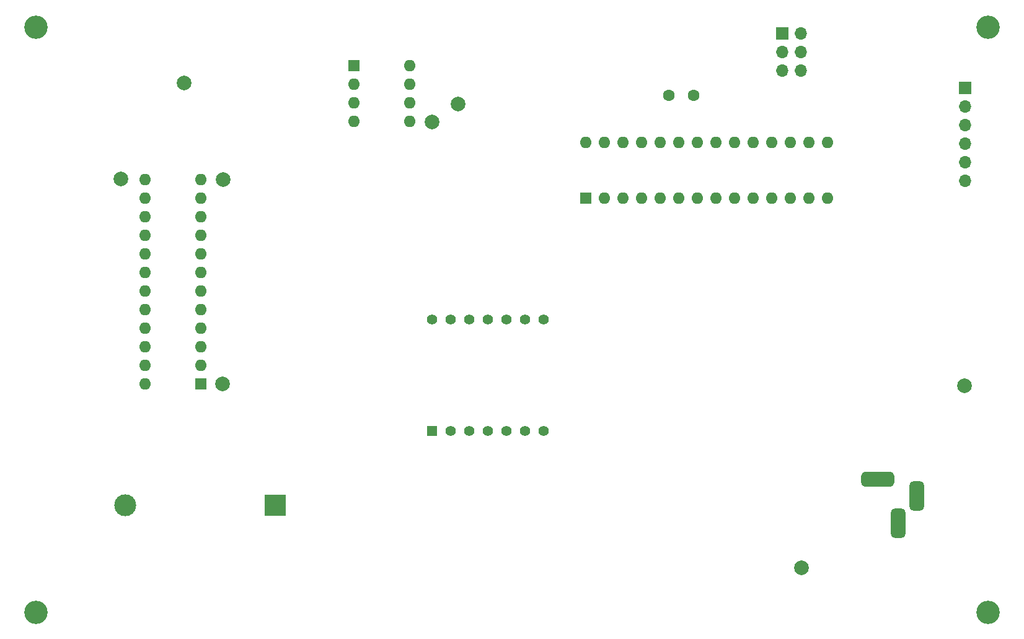
<source format=gbr>
%TF.GenerationSoftware,KiCad,Pcbnew,(6.0.5-0)*%
%TF.CreationDate,2022-07-24T21:09:41-05:00*%
%TF.ProjectId,hps_clock,6870735f-636c-46f6-936b-2e6b69636164,rev?*%
%TF.SameCoordinates,PX4c5bb48PY8abc9a0*%
%TF.FileFunction,Soldermask,Bot*%
%TF.FilePolarity,Negative*%
%FSLAX46Y46*%
G04 Gerber Fmt 4.6, Leading zero omitted, Abs format (unit mm)*
G04 Created by KiCad (PCBNEW (6.0.5-0)) date 2022-07-24 21:09:41*
%MOMM*%
%LPD*%
G01*
G04 APERTURE LIST*
G04 Aperture macros list*
%AMRoundRect*
0 Rectangle with rounded corners*
0 $1 Rounding radius*
0 $2 $3 $4 $5 $6 $7 $8 $9 X,Y pos of 4 corners*
0 Add a 4 corners polygon primitive as box body*
4,1,4,$2,$3,$4,$5,$6,$7,$8,$9,$2,$3,0*
0 Add four circle primitives for the rounded corners*
1,1,$1+$1,$2,$3*
1,1,$1+$1,$4,$5*
1,1,$1+$1,$6,$7*
1,1,$1+$1,$8,$9*
0 Add four rect primitives between the rounded corners*
20,1,$1+$1,$2,$3,$4,$5,0*
20,1,$1+$1,$4,$5,$6,$7,0*
20,1,$1+$1,$6,$7,$8,$9,0*
20,1,$1+$1,$8,$9,$2,$3,0*%
G04 Aperture macros list end*
%ADD10C,3.200000*%
%ADD11C,2.000000*%
%ADD12O,1.700000X1.700000*%
%ADD13R,1.700000X1.700000*%
%ADD14R,1.600000X1.600000*%
%ADD15O,1.600000X1.600000*%
%ADD16R,1.400000X1.400000*%
%ADD17C,1.400000*%
%ADD18C,1.600000*%
%ADD19R,3.000000X3.000000*%
%ADD20C,3.000000*%
%ADD21RoundRect,0.500000X1.750000X0.500000X-1.750000X0.500000X-1.750000X-0.500000X1.750000X-0.500000X0*%
%ADD22RoundRect,0.500000X-0.500000X1.500000X-0.500000X-1.500000X0.500000X-1.500000X0.500000X1.500000X0*%
G04 APERTURE END LIST*
D10*
%TO.C,H4*%
X134932600Y5476000D03*
%TD*%
D11*
%TO.C,TP4*%
X30474000Y64602400D03*
%TD*%
%TO.C,TP3*%
X131743200Y36433800D03*
%TD*%
D12*
%TO.C,J2*%
X131870200Y64424600D03*
X131870200Y66964600D03*
X131870200Y69504600D03*
X131870200Y72044600D03*
X131870200Y74584600D03*
D13*
X131870200Y77124600D03*
%TD*%
D14*
%TO.C,U2*%
X48365000Y80162600D03*
D15*
X48365000Y77622600D03*
X48365000Y75082600D03*
X48365000Y72542600D03*
X55985000Y72542600D03*
X55985000Y75082600D03*
X55985000Y77622600D03*
X55985000Y80162600D03*
%TD*%
D13*
%TO.C,J3*%
X106820800Y84577200D03*
D12*
X109360800Y84577200D03*
X106820800Y82037200D03*
X109360800Y82037200D03*
X106820800Y79497200D03*
X109360800Y79497200D03*
%TD*%
D11*
%TO.C,TP5*%
X30423200Y36713200D03*
%TD*%
D10*
%TO.C,H2*%
X134932600Y85476000D03*
%TD*%
%TO.C,H3*%
X4932600Y5476000D03*
%TD*%
D11*
%TO.C,TP1*%
X62580400Y74920800D03*
%TD*%
D16*
%TO.C,DS1*%
X58997600Y30230200D03*
D17*
X61537600Y30230200D03*
X64077600Y30230200D03*
X66617600Y30230200D03*
X69157600Y30230200D03*
X71697600Y30230200D03*
X74237600Y30230200D03*
X74237600Y45470200D03*
X71697600Y45470200D03*
X69157600Y45470200D03*
X66617600Y45470200D03*
X64077600Y45470200D03*
X61537600Y45470200D03*
X58997600Y45470200D03*
%TD*%
D14*
%TO.C,U3*%
X79988000Y62072400D03*
D15*
X82528000Y62072400D03*
X85068000Y62072400D03*
X87608000Y62072400D03*
X90148000Y62072400D03*
X92688000Y62072400D03*
X95228000Y62072400D03*
X97768000Y62072400D03*
X100308000Y62072400D03*
X102848000Y62072400D03*
X105388000Y62072400D03*
X107928000Y62072400D03*
X110468000Y62072400D03*
X113008000Y62072400D03*
X113008000Y69692400D03*
X110468000Y69692400D03*
X107928000Y69692400D03*
X105388000Y69692400D03*
X102848000Y69692400D03*
X100308000Y69692400D03*
X97768000Y69692400D03*
X95228000Y69692400D03*
X92688000Y69692400D03*
X90148000Y69692400D03*
X87608000Y69692400D03*
X85068000Y69692400D03*
X82528000Y69692400D03*
X79988000Y69692400D03*
%TD*%
D10*
%TO.C,H1*%
X4932600Y85476000D03*
%TD*%
D18*
%TO.C,R2*%
X94733200Y76134000D03*
X91333200Y76134000D03*
%TD*%
D14*
%TO.C,U4*%
X27466200Y36657400D03*
D15*
X27466200Y39197400D03*
X27466200Y41737400D03*
X27466200Y44277400D03*
X27466200Y46817400D03*
X27466200Y49357400D03*
X27466200Y51897400D03*
X27466200Y54437400D03*
X27466200Y56977400D03*
X27466200Y59517400D03*
X27466200Y62057400D03*
X27466200Y64597400D03*
X19846200Y64597400D03*
X19846200Y62057400D03*
X19846200Y59517400D03*
X19846200Y56977400D03*
X19846200Y54437400D03*
X19846200Y51897400D03*
X19846200Y49357400D03*
X19846200Y46817400D03*
X19846200Y44277400D03*
X19846200Y41737400D03*
X19846200Y39197400D03*
X19846200Y36657400D03*
%TD*%
D11*
%TO.C,TP7*%
X25139400Y77785000D03*
%TD*%
%TO.C,TP6*%
X16529400Y64678600D03*
%TD*%
%TO.C,TP2*%
X58999000Y72457000D03*
%TD*%
%TO.C,TP8*%
X109492800Y11516400D03*
%TD*%
D19*
%TO.C,BT1*%
X37591286Y20070183D03*
D20*
X17101286Y20070183D03*
%TD*%
D21*
%TO.C,J1*%
X119899800Y23652400D03*
D22*
X125199800Y21352400D03*
X122699800Y17652400D03*
%TD*%
M02*

</source>
